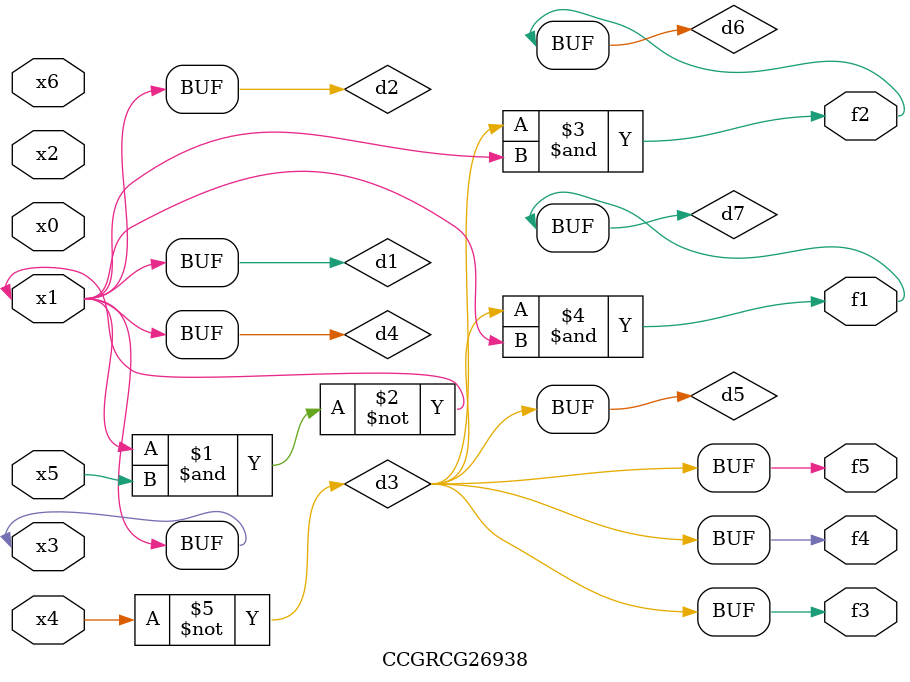
<source format=v>
module CCGRCG26938(
	input x0, x1, x2, x3, x4, x5, x6,
	output f1, f2, f3, f4, f5
);

	wire d1, d2, d3, d4, d5, d6, d7;

	buf (d1, x1, x3);
	nand (d2, x1, x5);
	not (d3, x4);
	buf (d4, d1, d2);
	buf (d5, d3);
	and (d6, d3, d4);
	and (d7, d3, d4);
	assign f1 = d7;
	assign f2 = d6;
	assign f3 = d5;
	assign f4 = d5;
	assign f5 = d5;
endmodule

</source>
